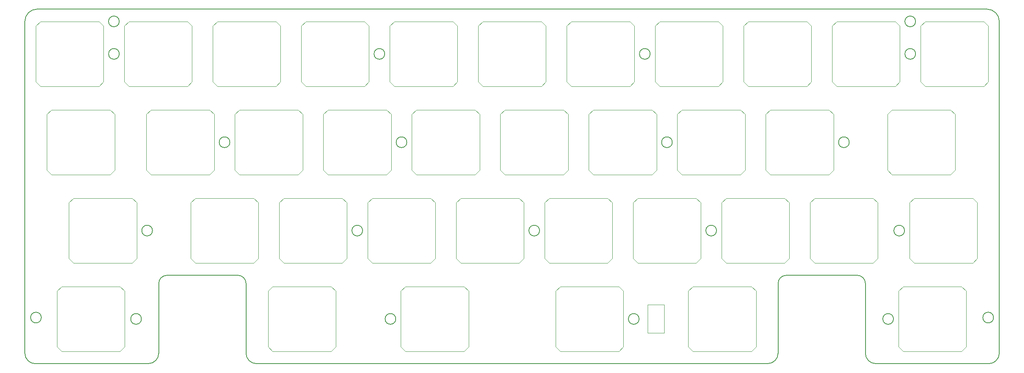
<source format=gbr>
%TF.GenerationSoftware,KiCad,Pcbnew,(7.0.0)*%
%TF.CreationDate,2023-09-29T19:26:45+02:00*%
%TF.ProjectId,plate wkl,706c6174-6520-4776-9b6c-2e6b69636164,rev?*%
%TF.SameCoordinates,Original*%
%TF.FileFunction,Profile,NP*%
%FSLAX46Y46*%
G04 Gerber Fmt 4.6, Leading zero omitted, Abs format (unit mm)*
G04 Created by KiCad (PCBNEW (7.0.0)) date 2023-09-29 19:26:45*
%MOMM*%
%LPD*%
G01*
G04 APERTURE LIST*
%TA.AperFunction,Profile*%
%ADD10C,0.200000*%
%TD*%
%TA.AperFunction,Profile*%
%ADD11C,0.100000*%
%TD*%
%TA.AperFunction,Profile*%
%ADD12C,0.120000*%
%TD*%
G04 APERTURE END LIST*
D10*
X126562500Y-76200000D02*
G75*
G03*
X126562500Y-76200000I-1150000J0D01*
G01*
X121800000Y-57150000D02*
G75*
G03*
X121800000Y-57150000I-1150000J0D01*
G01*
X64650000Y-57150000D02*
G75*
G03*
X64650000Y-57150000I-1150000J0D01*
G01*
X88462500Y-76200000D02*
G75*
G03*
X88462500Y-76200000I-1150000J0D01*
G01*
X69412500Y-114300000D02*
G75*
G03*
X69412500Y-114300000I-1150000J0D01*
G01*
X71793750Y-95250000D02*
G75*
G03*
X71793750Y-95250000I-1150000J0D01*
G01*
X117037500Y-95250000D02*
G75*
G03*
X117037500Y-95250000I-1150000J0D01*
G01*
X124181250Y-114300000D02*
G75*
G03*
X124181250Y-114300000I-1150000J0D01*
G01*
X155137500Y-95250000D02*
G75*
G03*
X155137500Y-95250000I-1150000J0D01*
G01*
X176568750Y-114300000D02*
G75*
G03*
X176568750Y-114300000I-1150000J0D01*
G01*
X193237500Y-95250000D02*
G75*
G03*
X193237500Y-95250000I-1150000J0D01*
G01*
X183712500Y-76200000D02*
G75*
G03*
X183712500Y-76200000I-1150000J0D01*
G01*
X178950000Y-57150000D02*
G75*
G03*
X178950000Y-57150000I-1150000J0D01*
G01*
X236100000Y-57150000D02*
G75*
G03*
X236100000Y-57150000I-1150000J0D01*
G01*
X221812500Y-76200000D02*
G75*
G03*
X221812500Y-76200000I-1150000J0D01*
G01*
X233718750Y-95250000D02*
G75*
G03*
X233718750Y-95250000I-1150000J0D01*
G01*
X231337500Y-114300000D02*
G75*
G03*
X231337500Y-114300000I-1150000J0D01*
G01*
D11*
X178396424Y-111198997D02*
X182010961Y-111198997D01*
X182010961Y-111198997D02*
X182010961Y-117333886D01*
X182010961Y-117333886D02*
X178396424Y-117333886D01*
X178396424Y-117333886D02*
X178396424Y-111198997D01*
D10*
X251869326Y-123943626D02*
G75*
G03*
X254119326Y-121693572I-126J2250126D01*
G01*
X204244326Y-123943626D02*
G75*
G03*
X206494326Y-121693572I-126J2250126D01*
G01*
X208244326Y-104893626D02*
G75*
G03*
X206494326Y-106643572I-126J-1749874D01*
G01*
X208244326Y-104893572D02*
X223544326Y-104893572D01*
X91944328Y-121693572D02*
G75*
G03*
X94194326Y-123943572I2249972J-28D01*
G01*
X46969326Y-47493566D02*
G75*
G03*
X44319326Y-50143572I4J-2650004D01*
G01*
X91944326Y-106643572D02*
X91944326Y-121693572D01*
X225294328Y-121693572D02*
G75*
G03*
X227544326Y-123943572I2249972J-28D01*
G01*
X94194326Y-123943572D02*
X204244326Y-123943572D01*
X47860326Y-114002572D02*
G75*
G03*
X47860326Y-114002572I-1150000J0D01*
G01*
X91944328Y-106643572D02*
G75*
G03*
X90194326Y-104893572I-1750028J-28D01*
G01*
X236094326Y-50143572D02*
G75*
G03*
X236094326Y-50143572I-1150000J0D01*
G01*
X251469326Y-47493572D02*
X46969326Y-47493572D01*
X225294328Y-106643572D02*
G75*
G03*
X223544326Y-104893572I-1750028J-28D01*
G01*
X44319328Y-121693572D02*
G75*
G03*
X46569326Y-123943572I2249972J-28D01*
G01*
X252878701Y-114002572D02*
G75*
G03*
X252878701Y-114002572I-1150000J0D01*
G01*
X74894326Y-104893626D02*
G75*
G03*
X73144326Y-106643572I-126J-1749874D01*
G01*
X46569326Y-123943572D02*
X70894326Y-123943572D01*
X227544326Y-123943572D02*
X251869326Y-123943572D01*
X254119326Y-121693572D02*
X254119326Y-50143572D01*
X73144326Y-121693572D02*
X73144326Y-106643572D01*
X206494326Y-121693572D02*
X206494326Y-106643572D01*
X64644326Y-50143572D02*
G75*
G03*
X64644326Y-50143572I-1150000J0D01*
G01*
X225294326Y-106643572D02*
X225294326Y-121693572D01*
X74894326Y-104893572D02*
X90194326Y-104893572D01*
X254119328Y-50143572D02*
G75*
G03*
X251469326Y-47493572I-2650028J-28D01*
G01*
X70894326Y-123943626D02*
G75*
G03*
X73144326Y-121693572I-26J2250026D01*
G01*
X44319326Y-50143572D02*
X44319326Y-121693572D01*
D12*
%TO.C,REF\u002A\u002A*%
X187170000Y-108300000D02*
X187170000Y-120300000D01*
X187170000Y-120300000D02*
X188170000Y-121300000D01*
X188170000Y-107300000D02*
X187170000Y-108300000D01*
X188170000Y-121300000D02*
X200770000Y-121300000D01*
X200770000Y-107300000D02*
X188170000Y-107300000D01*
X200770000Y-107300000D02*
X201770000Y-108300000D01*
X200770000Y-121300000D02*
X201770000Y-120300000D01*
X201770000Y-120300000D02*
X201770000Y-108300000D01*
X218125000Y-51150000D02*
X218125000Y-63150000D01*
X218125000Y-63150000D02*
X219125000Y-64150000D01*
X219125000Y-50150000D02*
X218125000Y-51150000D01*
X219125000Y-64150000D02*
X231725000Y-64150000D01*
X231725000Y-50150000D02*
X219125000Y-50150000D01*
X231725000Y-50150000D02*
X232725000Y-51150000D01*
X231725000Y-64150000D02*
X232725000Y-63150000D01*
X232725000Y-63150000D02*
X232725000Y-51150000D01*
X70487500Y-70200000D02*
X70487500Y-82200000D01*
X70487500Y-82200000D02*
X71487500Y-83200000D01*
X71487500Y-69200000D02*
X70487500Y-70200000D01*
X71487500Y-83200000D02*
X84087500Y-83200000D01*
X84087500Y-69200000D02*
X71487500Y-69200000D01*
X84087500Y-69200000D02*
X85087500Y-70200000D01*
X84087500Y-83200000D02*
X85087500Y-82200000D01*
X85087500Y-82200000D02*
X85087500Y-70200000D01*
X199075000Y-51150000D02*
X199075000Y-63150000D01*
X199075000Y-63150000D02*
X200075000Y-64150000D01*
X200075000Y-50150000D02*
X199075000Y-51150000D01*
X200075000Y-64150000D02*
X212675000Y-64150000D01*
X212675000Y-50150000D02*
X200075000Y-50150000D01*
X212675000Y-50150000D02*
X213675000Y-51150000D01*
X212675000Y-64150000D02*
X213675000Y-63150000D01*
X213675000Y-63150000D02*
X213675000Y-51150000D01*
X118112500Y-89250000D02*
X118112500Y-101250000D01*
X118112500Y-101250000D02*
X119112500Y-102250000D01*
X119112500Y-88250000D02*
X118112500Y-89250000D01*
X119112500Y-102250000D02*
X131712500Y-102250000D01*
X131712500Y-88250000D02*
X119112500Y-88250000D01*
X131712500Y-88250000D02*
X132712500Y-89250000D01*
X131712500Y-102250000D02*
X132712500Y-101250000D01*
X132712500Y-101250000D02*
X132712500Y-89250000D01*
X108587500Y-70200000D02*
X108587500Y-82200000D01*
X108587500Y-82200000D02*
X109587500Y-83200000D01*
X109587500Y-69200000D02*
X108587500Y-70200000D01*
X109587500Y-83200000D02*
X122187500Y-83200000D01*
X122187500Y-69200000D02*
X109587500Y-69200000D01*
X122187500Y-69200000D02*
X123187500Y-70200000D01*
X122187500Y-83200000D02*
X123187500Y-82200000D01*
X123187500Y-82200000D02*
X123187500Y-70200000D01*
X156212500Y-89250000D02*
X156212500Y-101250000D01*
X156212500Y-101250000D02*
X157212500Y-102250000D01*
X157212500Y-88250000D02*
X156212500Y-89250000D01*
X157212500Y-102250000D02*
X169812500Y-102250000D01*
X169812500Y-88250000D02*
X157212500Y-88250000D01*
X169812500Y-88250000D02*
X170812500Y-89250000D01*
X169812500Y-102250000D02*
X170812500Y-101250000D01*
X170812500Y-101250000D02*
X170812500Y-89250000D01*
X146687500Y-70200000D02*
X146687500Y-82200000D01*
X146687500Y-82200000D02*
X147687500Y-83200000D01*
X147687500Y-69200000D02*
X146687500Y-70200000D01*
X147687500Y-83200000D02*
X160287500Y-83200000D01*
X160287500Y-69200000D02*
X147687500Y-69200000D01*
X160287500Y-69200000D02*
X161287500Y-70200000D01*
X160287500Y-83200000D02*
X161287500Y-82200000D01*
X161287500Y-82200000D02*
X161287500Y-70200000D01*
X160975000Y-51150000D02*
X160975000Y-63150000D01*
X160975000Y-63150000D02*
X161975000Y-64150000D01*
X161975000Y-50150000D02*
X160975000Y-51150000D01*
X161975000Y-64150000D02*
X174575000Y-64150000D01*
X174575000Y-50150000D02*
X161975000Y-50150000D01*
X174575000Y-50150000D02*
X175575000Y-51150000D01*
X174575000Y-64150000D02*
X175575000Y-63150000D01*
X175575000Y-63150000D02*
X175575000Y-51150000D01*
X127637500Y-70200000D02*
X127637500Y-82200000D01*
X127637500Y-82200000D02*
X128637500Y-83200000D01*
X128637500Y-69200000D02*
X127637500Y-70200000D01*
X128637500Y-83200000D02*
X141237500Y-83200000D01*
X141237500Y-69200000D02*
X128637500Y-69200000D01*
X141237500Y-69200000D02*
X142237500Y-70200000D01*
X141237500Y-83200000D02*
X142237500Y-82200000D01*
X142237500Y-82200000D02*
X142237500Y-70200000D01*
X122875000Y-51150000D02*
X122875000Y-63150000D01*
X122875000Y-63150000D02*
X123875000Y-64150000D01*
X123875000Y-50150000D02*
X122875000Y-51150000D01*
X123875000Y-64150000D02*
X136475000Y-64150000D01*
X136475000Y-50150000D02*
X123875000Y-50150000D01*
X136475000Y-50150000D02*
X137475000Y-51150000D01*
X136475000Y-64150000D02*
X137475000Y-63150000D01*
X137475000Y-63150000D02*
X137475000Y-51150000D01*
X213362500Y-89250000D02*
X213362500Y-101250000D01*
X213362500Y-101250000D02*
X214362500Y-102250000D01*
X214362500Y-88250000D02*
X213362500Y-89250000D01*
X214362500Y-102250000D02*
X226962500Y-102250000D01*
X226962500Y-88250000D02*
X214362500Y-88250000D01*
X226962500Y-88250000D02*
X227962500Y-89250000D01*
X226962500Y-102250000D02*
X227962500Y-101250000D01*
X227962500Y-101250000D02*
X227962500Y-89250000D01*
X84775000Y-51150000D02*
X84775000Y-63150000D01*
X84775000Y-63150000D02*
X85775000Y-64150000D01*
X85775000Y-50150000D02*
X84775000Y-51150000D01*
X85775000Y-64150000D02*
X98375000Y-64150000D01*
X98375000Y-50150000D02*
X85775000Y-50150000D01*
X98375000Y-50150000D02*
X99375000Y-51150000D01*
X98375000Y-64150000D02*
X99375000Y-63150000D01*
X99375000Y-63150000D02*
X99375000Y-51150000D01*
X51231250Y-108300000D02*
X51231250Y-120300000D01*
X51231250Y-120300000D02*
X52231250Y-121300000D01*
X52231250Y-107300000D02*
X51231250Y-108300000D01*
X52231250Y-121300000D02*
X64831250Y-121300000D01*
X64831250Y-107300000D02*
X52231250Y-107300000D01*
X64831250Y-107300000D02*
X65831250Y-108300000D01*
X64831250Y-121300000D02*
X65831250Y-120300000D01*
X65831250Y-120300000D02*
X65831250Y-108300000D01*
X80012500Y-89250000D02*
X80012500Y-101250000D01*
X80012500Y-101250000D02*
X81012500Y-102250000D01*
X81012500Y-88250000D02*
X80012500Y-89250000D01*
X81012500Y-102250000D02*
X93612500Y-102250000D01*
X93612500Y-88250000D02*
X81012500Y-88250000D01*
X93612500Y-88250000D02*
X94612500Y-89250000D01*
X93612500Y-102250000D02*
X94612500Y-101250000D01*
X94612500Y-101250000D02*
X94612500Y-89250000D01*
X46675000Y-51150000D02*
X46675000Y-63150000D01*
X46675000Y-63150000D02*
X47675000Y-64150000D01*
X47675000Y-50150000D02*
X46675000Y-51150000D01*
X47675000Y-64150000D02*
X60275000Y-64150000D01*
X60275000Y-50150000D02*
X47675000Y-50150000D01*
X60275000Y-50150000D02*
X61275000Y-51150000D01*
X60275000Y-64150000D02*
X61275000Y-63150000D01*
X61275000Y-63150000D02*
X61275000Y-51150000D01*
X158592000Y-108300000D02*
X158592000Y-120300000D01*
X158592000Y-120300000D02*
X159592000Y-121300000D01*
X159592000Y-107300000D02*
X158592000Y-108300000D01*
X159592000Y-121300000D02*
X172192000Y-121300000D01*
X172192000Y-107300000D02*
X159592000Y-107300000D01*
X172192000Y-107300000D02*
X173192000Y-108300000D01*
X172192000Y-121300000D02*
X173192000Y-120300000D01*
X173192000Y-120300000D02*
X173192000Y-108300000D01*
X175262500Y-89250000D02*
X175262500Y-101250000D01*
X175262500Y-101250000D02*
X176262500Y-102250000D01*
X176262500Y-88250000D02*
X175262500Y-89250000D01*
X176262500Y-102250000D02*
X188862500Y-102250000D01*
X188862500Y-88250000D02*
X176262500Y-88250000D01*
X188862500Y-88250000D02*
X189862500Y-89250000D01*
X188862500Y-102250000D02*
X189862500Y-101250000D01*
X189862500Y-101250000D02*
X189862500Y-89250000D01*
X137162500Y-89250000D02*
X137162500Y-101250000D01*
X137162500Y-101250000D02*
X138162500Y-102250000D01*
X138162500Y-88250000D02*
X137162500Y-89250000D01*
X138162500Y-102250000D02*
X150762500Y-102250000D01*
X150762500Y-88250000D02*
X138162500Y-88250000D01*
X150762500Y-88250000D02*
X151762500Y-89250000D01*
X150762500Y-102250000D02*
X151762500Y-101250000D01*
X151762500Y-101250000D02*
X151762500Y-89250000D01*
X165737500Y-70200000D02*
X165737500Y-82200000D01*
X165737500Y-82200000D02*
X166737500Y-83200000D01*
X166737500Y-69200000D02*
X165737500Y-70200000D01*
X166737500Y-83200000D02*
X179337500Y-83200000D01*
X179337500Y-69200000D02*
X166737500Y-69200000D01*
X179337500Y-69200000D02*
X180337500Y-70200000D01*
X179337500Y-83200000D02*
X180337500Y-82200000D01*
X180337500Y-82200000D02*
X180337500Y-70200000D01*
X141925000Y-51150000D02*
X141925000Y-63150000D01*
X141925000Y-63150000D02*
X142925000Y-64150000D01*
X142925000Y-50150000D02*
X141925000Y-51150000D01*
X142925000Y-64150000D02*
X155525000Y-64150000D01*
X155525000Y-50150000D02*
X142925000Y-50150000D01*
X155525000Y-50150000D02*
X156525000Y-51150000D01*
X155525000Y-64150000D02*
X156525000Y-63150000D01*
X156525000Y-63150000D02*
X156525000Y-51150000D01*
X65725000Y-51150000D02*
X65725000Y-63150000D01*
X65725000Y-63150000D02*
X66725000Y-64150000D01*
X66725000Y-50150000D02*
X65725000Y-51150000D01*
X66725000Y-64150000D02*
X79325000Y-64150000D01*
X79325000Y-50150000D02*
X66725000Y-50150000D01*
X79325000Y-50150000D02*
X80325000Y-51150000D01*
X79325000Y-64150000D02*
X80325000Y-63150000D01*
X80325000Y-63150000D02*
X80325000Y-51150000D01*
X230030000Y-70200000D02*
X230030000Y-82200000D01*
X230030000Y-82200000D02*
X231030000Y-83200000D01*
X231030000Y-69200000D02*
X230030000Y-70200000D01*
X231030000Y-83200000D02*
X243630000Y-83200000D01*
X243630000Y-69200000D02*
X231030000Y-69200000D01*
X243630000Y-69200000D02*
X244630000Y-70200000D01*
X243630000Y-83200000D02*
X244630000Y-82200000D01*
X244630000Y-82200000D02*
X244630000Y-70200000D01*
X96680000Y-108300000D02*
X96680000Y-120300000D01*
X96680000Y-120300000D02*
X97680000Y-121300000D01*
X97680000Y-107300000D02*
X96680000Y-108300000D01*
X97680000Y-121300000D02*
X110280000Y-121300000D01*
X110280000Y-107300000D02*
X97680000Y-107300000D01*
X110280000Y-107300000D02*
X111280000Y-108300000D01*
X110280000Y-121300000D02*
X111280000Y-120300000D01*
X111280000Y-120300000D02*
X111280000Y-108300000D01*
X232412500Y-108300000D02*
X232412500Y-120300000D01*
X232412500Y-120300000D02*
X233412500Y-121300000D01*
X233412500Y-107300000D02*
X232412500Y-108300000D01*
X233412500Y-121300000D02*
X246012500Y-121300000D01*
X246012500Y-107300000D02*
X233412500Y-107300000D01*
X246012500Y-107300000D02*
X247012500Y-108300000D01*
X246012500Y-121300000D02*
X247012500Y-120300000D01*
X247012500Y-120300000D02*
X247012500Y-108300000D01*
X184787500Y-70200000D02*
X184787500Y-82200000D01*
X184787500Y-82200000D02*
X185787500Y-83200000D01*
X185787500Y-69200000D02*
X184787500Y-70200000D01*
X185787500Y-83200000D02*
X198387500Y-83200000D01*
X198387500Y-69200000D02*
X185787500Y-69200000D01*
X198387500Y-69200000D02*
X199387500Y-70200000D01*
X198387500Y-83200000D02*
X199387500Y-82200000D01*
X199387500Y-82200000D02*
X199387500Y-70200000D01*
X234795000Y-89250000D02*
X234795000Y-101250000D01*
X234795000Y-101250000D02*
X235795000Y-102250000D01*
X235795000Y-88250000D02*
X234795000Y-89250000D01*
X235795000Y-102250000D02*
X248395000Y-102250000D01*
X248395000Y-88250000D02*
X235795000Y-88250000D01*
X248395000Y-88250000D02*
X249395000Y-89250000D01*
X248395000Y-102250000D02*
X249395000Y-101250000D01*
X249395000Y-101250000D02*
X249395000Y-89250000D01*
X180025000Y-51150000D02*
X180025000Y-63150000D01*
X180025000Y-63150000D02*
X181025000Y-64150000D01*
X181025000Y-50150000D02*
X180025000Y-51150000D01*
X181025000Y-64150000D02*
X193625000Y-64150000D01*
X193625000Y-50150000D02*
X181025000Y-50150000D01*
X193625000Y-50150000D02*
X194625000Y-51150000D01*
X193625000Y-64150000D02*
X194625000Y-63150000D01*
X194625000Y-63150000D02*
X194625000Y-51150000D01*
X194312500Y-89250000D02*
X194312500Y-101250000D01*
X194312500Y-101250000D02*
X195312500Y-102250000D01*
X195312500Y-88250000D02*
X194312500Y-89250000D01*
X195312500Y-102250000D02*
X207912500Y-102250000D01*
X207912500Y-88250000D02*
X195312500Y-88250000D01*
X207912500Y-88250000D02*
X208912500Y-89250000D01*
X207912500Y-102250000D02*
X208912500Y-101250000D01*
X208912500Y-101250000D02*
X208912500Y-89250000D01*
X53820000Y-89250000D02*
X53820000Y-101250000D01*
X53820000Y-101250000D02*
X54820000Y-102250000D01*
X54820000Y-88250000D02*
X53820000Y-89250000D01*
X54820000Y-102250000D02*
X67420000Y-102250000D01*
X67420000Y-88250000D02*
X54820000Y-88250000D01*
X67420000Y-88250000D02*
X68420000Y-89250000D01*
X67420000Y-102250000D02*
X68420000Y-101250000D01*
X68420000Y-101250000D02*
X68420000Y-89250000D01*
X49058000Y-70200000D02*
X49058000Y-82200000D01*
X49058000Y-82200000D02*
X50058000Y-83200000D01*
X50058000Y-69200000D02*
X49058000Y-70200000D01*
X50058000Y-83200000D02*
X62658000Y-83200000D01*
X62658000Y-69200000D02*
X50058000Y-69200000D01*
X62658000Y-69200000D02*
X63658000Y-70200000D01*
X62658000Y-83200000D02*
X63658000Y-82200000D01*
X63658000Y-82200000D02*
X63658000Y-70200000D01*
X237175000Y-51150000D02*
X237175000Y-63150000D01*
X237175000Y-63150000D02*
X238175000Y-64150000D01*
X238175000Y-50150000D02*
X237175000Y-51150000D01*
X238175000Y-64150000D02*
X250775000Y-64150000D01*
X250775000Y-50150000D02*
X238175000Y-50150000D01*
X250775000Y-50150000D02*
X251775000Y-51150000D01*
X250775000Y-64150000D02*
X251775000Y-63150000D01*
X251775000Y-63150000D02*
X251775000Y-51150000D01*
X203837500Y-70200000D02*
X203837500Y-82200000D01*
X203837500Y-82200000D02*
X204837500Y-83200000D01*
X204837500Y-69200000D02*
X203837500Y-70200000D01*
X204837500Y-83200000D02*
X217437500Y-83200000D01*
X217437500Y-69200000D02*
X204837500Y-69200000D01*
X217437500Y-69200000D02*
X218437500Y-70200000D01*
X217437500Y-83200000D02*
X218437500Y-82200000D01*
X218437500Y-82200000D02*
X218437500Y-70200000D01*
X103825000Y-51150000D02*
X103825000Y-63150000D01*
X103825000Y-63150000D02*
X104825000Y-64150000D01*
X104825000Y-50150000D02*
X103825000Y-51150000D01*
X104825000Y-64150000D02*
X117425000Y-64150000D01*
X117425000Y-50150000D02*
X104825000Y-50150000D01*
X117425000Y-50150000D02*
X118425000Y-51150000D01*
X117425000Y-64150000D02*
X118425000Y-63150000D01*
X118425000Y-63150000D02*
X118425000Y-51150000D01*
X99062500Y-89250000D02*
X99062500Y-101250000D01*
X99062500Y-101250000D02*
X100062500Y-102250000D01*
X100062500Y-88250000D02*
X99062500Y-89250000D01*
X100062500Y-102250000D02*
X112662500Y-102250000D01*
X112662500Y-88250000D02*
X100062500Y-88250000D01*
X112662500Y-88250000D02*
X113662500Y-89250000D01*
X112662500Y-102250000D02*
X113662500Y-101250000D01*
X113662500Y-101250000D02*
X113662500Y-89250000D01*
X89537500Y-70200000D02*
X89537500Y-82200000D01*
X89537500Y-82200000D02*
X90537500Y-83200000D01*
X90537500Y-69200000D02*
X89537500Y-70200000D01*
X90537500Y-83200000D02*
X103137500Y-83200000D01*
X103137500Y-69200000D02*
X90537500Y-69200000D01*
X103137500Y-69200000D02*
X104137500Y-70200000D01*
X103137500Y-83200000D02*
X104137500Y-82200000D01*
X104137500Y-82200000D02*
X104137500Y-70200000D01*
X125255000Y-108300000D02*
X125255000Y-120300000D01*
X125255000Y-120300000D02*
X126255000Y-121300000D01*
X126255000Y-107300000D02*
X125255000Y-108300000D01*
X126255000Y-121300000D02*
X138855000Y-121300000D01*
X138855000Y-107300000D02*
X126255000Y-107300000D01*
X138855000Y-107300000D02*
X139855000Y-108300000D01*
X138855000Y-121300000D02*
X139855000Y-120300000D01*
X139855000Y-120300000D02*
X139855000Y-108300000D01*
%TD*%
M02*

</source>
